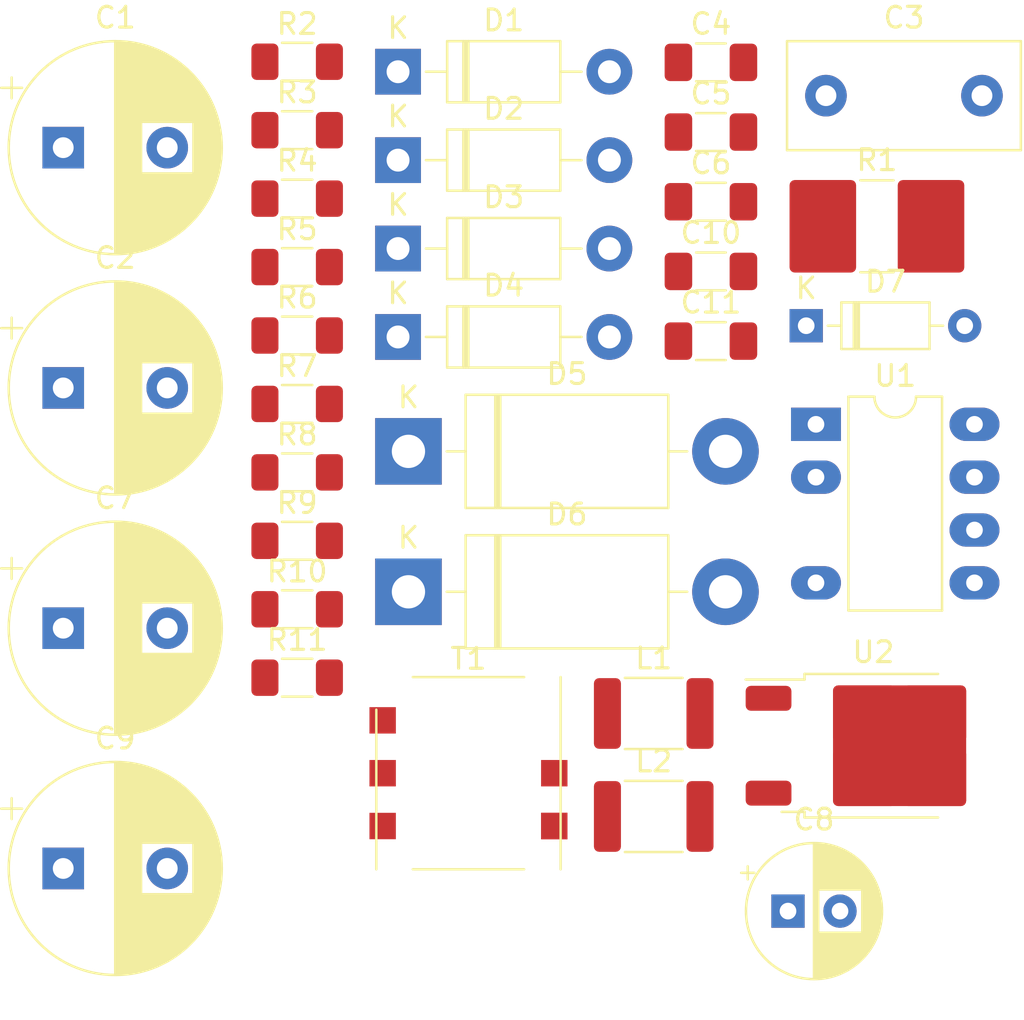
<source format=kicad_pcb>
(kicad_pcb (version 20221018) (generator pcbnew)
  (layers (0 "F.Cu" signal) (31 "B.Cu" signal) (34 "B.Paste" user) (35 "F.Paste" user) (36 "B.SilkS" user "B.Silkscreen") (37 "F.SilkS" user "F.Silkscreen") (38 "B.Mask" user) (39 "F.Mask" user) (44 "Edge.Cuts" user))
  (net 0 "")
  (net 1 "Net-(D1-K)")
  (net 2 "Net-(D2-A)")
  (net 3 "Net-(C2-Pad2)")
  (net 4 "Net-(C3-Pad2)")
  (net 5 "Net-(U1-BP)")
  (net 6 "Net-(C5-Pad1)")
  (net 7 "GND")
  (net 8 "Net-(D7-K)")
  (net 9 "Net-(C7-Pad1)")
  (net 10 "/5V")
  (net 11 "+3.3V")
  (net 12 "/HIGH_in")
  (net 13 "Net-(D3-A)")
  (net 14 "Net-(D5-K)")
  (net 15 "Net-(D5-A)")
  (net 16 "Net-(D6-K)")
  (net 17 "Net-(D7-A)")
  (net 18 "/LOW_in")
  (net 19 "Net-(U1-FB)")
  (net 20 "Net-(R4-Pad2)")
  (net 21 "Net-(U2-ADJ)")
  (footprint "Diode_THT:D_DO-41_SOD81_P10.16mm_Horizontal" (layer "F.Cu") (at 55.495 62.595)
    (fp_text reference "D1" (at 5.08 -2.47) (layer "F.SilkS"))
    (fp_text value "1N4007")
    (fp_text user "K" (at 0 -2.1) (layer "F.SilkS"))
    (pad "1" thru_hole rect (at 0 0) (size 2.2 2.2) (drill 1.1) (layers "*.Cu" "*.Mask") (net 1 "Net-(D1-K)"))
    (pad "2" thru_hole oval (at 10.16 0) (size 2.2 2.2) (drill 1.1) (layers "*.Cu" "*.Mask") (net 12 "/HIGH_in"))
  )
  (footprint "Diode_THT:D_DO-41_SOD81_P10.16mm_Horizontal" (layer "F.Cu") (at 55.495 71.095)
    (fp_text reference "D3" (at 5.08 -2.47) (layer "F.SilkS"))
    (fp_text value "1N4007")
    (fp_text user "K" (at 0 -2.1) (layer "F.SilkS"))
    (pad "1" thru_hole rect (at 0 0) (size 2.2 2.2) (drill 1.1) (layers "*.Cu" "*.Mask") (net 1 "Net-(D1-K)"))
    (pad "2" thru_hole oval (at 10.16 0) (size 2.2 2.2) (drill 1.1) (layers "*.Cu" "*.Mask") (net 13 "Net-(D3-A)"))
  )
  (footprint "Package_DIP:PowerIntegrations_PDIP-8C" (layer "F.Cu") (at 75.585 79.545)
    (fp_text reference "U1" (at 3.81 -2.33) (layer "F.SilkS"))
    (fp_text value "LNK625PG")
    (pad "1" thru_hole rect (at 0 0) (size 2.4 1.6) (drill 0.8) (layers "*.Cu" "*.Mask") (net 19 "Net-(U1-FB)"))
    (pad "2" thru_hole oval (at 0 2.54) (size 2.4 1.6) (drill 0.8) (layers "*.Cu" "*.Mask") (net 5 "Net-(U1-BP)"))
    (pad "4" thru_hole oval (at 0 7.62) (size 2.4 1.6) (drill 0.8) (layers "*.Cu" "*.Mask") (net 15 "Net-(D5-A)"))
    (pad "5" thru_hole oval (at 7.62 7.62) (size 2.4 1.6) (drill 0.8) (layers "*.Cu" "*.Mask") (net 3 "Net-(C2-Pad2)"))
    (pad "6" thru_hole oval (at 7.62 5.08) (size 2.4 1.6) (drill 0.8) (layers "*.Cu" "*.Mask") (net 3 "Net-(C2-Pad2)"))
    (pad "7" thru_hole oval (at 7.62 2.54) (size 2.4 1.6) (drill 0.8) (layers "*.Cu" "*.Mask") (net 3 "Net-(C2-Pad2)"))
    (pad "8" thru_hole oval (at 7.62 0) (size 2.4 1.6) (drill 0.8) (layers "*.Cu" "*.Mask") (net 3 "Net-(C2-Pad2)"))
  )
  (footprint "Capacitor_SMD:C_1206_3216Metric_Pad1.33x1.80mm_HandSolder" (layer "F.Cu") (at 70.535 75.545)
    (fp_text reference "C11" (at 0 -1.85) (layer "F.SilkS"))
    (fp_text value "10u")
    (pad "1" smd roundrect (at -1.5625 0) (size 1.325 1.8) (layers "F.Cu" "F.Paste" "F.Mask") (roundrect_rratio 0.188679) (net 11 "+3.3V"))
    (pad "2" smd roundrect (at 1.5625 0) (size 1.325 1.8) (layers "F.Cu" "F.Paste" "F.Mask") (roundrect_rratio 0.188679) (net 7 "GND"))
  )
  (footprint "Resistor_SMD:R_1206_3216Metric_Pad1.30x1.75mm_HandSolder" (layer "F.Cu") (at 50.645 81.855)
    (fp_text reference "R8" (at 0 -1.82) (layer "F.SilkS"))
    (fp_text value "28.7k")
    (pad "1" smd roundrect (at -1.55 0) (size 1.3 1.75) (layers "F.Cu" "F.Paste" "F.Mask") (roundrect_rratio 0.192308) (net 5 "Net-(U1-BP)"))
    (pad "2" smd roundrect (at 1.55 0) (size 1.3 1.75) (layers "F.Cu" "F.Paste" "F.Mask") (roundrect_rratio 0.192308) (net 8 "Net-(D7-K)"))
  )
  (footprint "Resistor_SMD:R_1206_3216Metric_Pad1.30x1.75mm_HandSolder" (layer "F.Cu") (at 50.645 62.115)
    (fp_text reference "R2" (at 0 -1.82) (layer "F.SilkS"))
    (fp_text value "270k")
    (pad "1" smd roundrect (at -1.55 0) (size 1.3 1.75) (layers "F.Cu" "F.Paste" "F.Mask") (roundrect_rratio 0.192308) (net 4 "Net-(C3-Pad2)"))
    (pad "2" smd roundrect (at 1.55 0) (size 1.3 1.75) (layers "F.Cu" "F.Paste" "F.Mask") (roundrect_rratio 0.192308) (net 1 "Net-(D1-K)"))
  )
  (footprint "Inductor_SMD:L_1812_4532Metric_Pad1.30x3.40mm_HandSolder" (layer "F.Cu") (at 67.785 98.395)
    (fp_text reference "L2" (at 0 -2.65) (layer "F.SilkS"))
    (fp_text value "1m")
    (pad "1" smd roundrect (at -2.225 0) (size 1.3 3.4) (layers "F.Cu" "F.Paste" "F.Mask") (roundrect_rratio 0.192308) (net 9 "Net-(C7-Pad1)"))
    (pad "2" smd roundrect (at 2.225 0) (size 1.3 3.4) (layers "F.Cu" "F.Paste" "F.Mask") (roundrect_rratio 0.192308) (net 10 "/5V"))
  )
  (footprint "Diode_THT:D_DO-201AD_P15.24mm_Horizontal" (layer "F.Cu") (at 55.995 80.845)
    (fp_text reference "D5" (at 7.62 -3.72) (layer "F.SilkS"))
    (fp_text value "D")
    (fp_text user "K" (at 0 -2.6) (layer "F.SilkS"))
    (pad "1" thru_hole rect (at 0 0) (size 3.2 3.2) (drill 1.6) (layers "*.Cu" "*.Mask") (net 14 "Net-(D5-K)"))
    (pad "2" thru_hole oval (at 15.24 0) (size 3.2 3.2) (drill 1.6) (layers "*.Cu" "*.Mask") (net 15 "Net-(D5-A)"))
  )
  (footprint "Diode_THT:D_DO-35_SOD27_P7.62mm_Horizontal" (layer "F.Cu") (at 75.115 74.805)
    (fp_text reference "D7" (at 3.81 -2.12) (layer "F.SilkS"))
    (fp_text value "1N4148")
    (fp_text user "K" (at 0 -1.8) (layer "F.SilkS"))
    (pad "1" thru_hole rect (at 0 0) (size 1.6 1.6) (drill 0.8) (layers "*.Cu" "*.Mask") (net 8 "Net-(D7-K)"))
    (pad "2" thru_hole oval (at 7.62 0) (size 1.6 1.6) (drill 0.8) (layers "*.Cu" "*.Mask") (net 17 "Net-(D7-A)"))
  )
  (footprint "Diode_THT:D_DO-41_SOD81_P10.16mm_Horizontal" (layer "F.Cu") (at 55.495 66.845)
    (fp_text reference "D2" (at 5.08 -2.47) (layer "F.SilkS"))
    (fp_text value "1N4007")
    (fp_text user "K" (at 0 -2.1) (layer "F.SilkS"))
    (pad "1" thru_hole rect (at 0 0) (size 2.2 2.2) (drill 1.1) (layers "*.Cu" "*.Mask") (net 12 "/HIGH_in"))
    (pad "2" thru_hole oval (at 10.16 0) (size 2.2 2.2) (drill 1.1) (layers "*.Cu" "*.Mask") (net 2 "Net-(D2-A)"))
  )
  (footprint "Resistor_SMD:R_1206_3216Metric_Pad1.30x1.75mm_HandSolder" (layer "F.Cu") (at 50.645 88.435)
    (fp_text reference "R10" (at 0 -1.82) (layer "F.SilkS"))
    (fp_text value "1k5")
    (pad "1" smd roundrect (at -1.55 0) (size 1.3 1.75) (layers "F.Cu" "F.Paste" "F.Mask") (roundrect_rratio 0.192308) (net 21 "Net-(U2-ADJ)"))
    (pad "2" smd roundrect (at 1.55 0) (size 1.3 1.75) (layers "F.Cu" "F.Paste" "F.Mask") (roundrect_rratio 0.192308) (net 7 "GND"))
  )
  (footprint "Capacitor_THT:CP_Radial_D10.0mm_P5.00mm" (layer "F.Cu") (at 39.399646 77.795)
    (fp_text reference "C2" (at 2.5 -6.25) (layer "F.SilkS"))
    (fp_text value "6u8")
    (pad "1" thru_hole rect (at 0 0) (size 2 2) (drill 1) (layers "*.Cu" "*.Mask") (net 1 "Net-(D1-K)"))
    (pad "2" thru_hole circle (at 5 0) (size 2 2) (drill 1) (layers "*.Cu" "*.Mask") (net 3 "Net-(C2-Pad2)"))
  )
  (footprint "Capacitor_THT:CP_Radial_D10.0mm_P5.00mm" (layer "F.Cu") (at 39.399646 100.895)
    (fp_text reference "C9" (at 2.5 -6.25) (layer "F.SilkS"))
    (fp_text value "470u")
    (pad "1" thru_hole rect (at 0 0) (size 2 2) (drill 1) (layers "*.Cu" "*.Mask") (net 10 "/5V"))
    (pad "2" thru_hole circle (at 5 0) (size 2 2) (drill 1) (layers "*.Cu" "*.Mask") (net 7 "GND"))
  )
  (footprint "Capacitor_SMD:C_1206_3216Metric_Pad1.33x1.80mm_HandSolder" (layer "F.Cu") (at 70.535 72.195)
    (fp_text reference "C10" (at 0 -1.85) (layer "F.SilkS"))
    (fp_text value "100n")
    (pad "1" smd roundrect (at -1.5625 0) (size 1.325 1.8) (layers "F.Cu" "F.Paste" "F.Mask") (roundrect_rratio 0.188679) (net 11 "+3.3V"))
    (pad "2" smd roundrect (at 1.5625 0) (size 1.325 1.8) (layers "F.Cu" "F.Paste" "F.Mask") (roundrect_rratio 0.188679) (net 7 "GND"))
  )
  (footprint "Diode_THT:D_DO-41_SOD81_P10.16mm_Horizontal" (layer "F.Cu") (at 55.495 75.345)
    (fp_text reference "D4" (at 5.08 -2.47) (layer "F.SilkS"))
    (fp_text value "1N4007")
    (fp_text user "K" (at 0 -2.1) (layer "F.SilkS"))
    (pad "1" thru_hole rect (at 0 0) (size 2.2 2.2) (drill 1.1) (layers "*.Cu" "*.Mask") (net 13 "Net-(D3-A)"))
    (pad "2" thru_hole oval (at 10.16 0) (size 2.2 2.2) (drill 1.1) (layers "*.Cu" "*.Mask") (net 2 "Net-(D2-A)"))
  )
  (footprint "Resistor_SMD:R_1206_3216Metric_Pad1.30x1.75mm_HandSolder" (layer "F.Cu") (at 50.645 71.985)
    (fp_text reference "R5" (at 0 -1.82) (layer "F.SilkS"))
    (fp_text value "4.42k")
    (pad "1" smd roundrect (at -1.55 0) (size 1.3 1.75) (layers "F.Cu" "F.Paste" "F.Mask") (roundrect_rratio 0.192308) (net 3 "Net-(C2-Pad2)"))
    (pad "2" smd roundrect (at 1.55 0) (size 1.3 1.75) (layers "F.Cu" "F.Paste" "F.Mask") (roundrect_rratio 0.192308) (net 19 "Net-(U1-FB)"))
  )
  (footprint "Resistor_SMD:R_1206_3216Metric_Pad1.30x1.75mm_HandSolder" (layer "F.Cu") (at 50.645 85.145)
    (fp_text reference "R9" (at 0 -1.82) (layer "F.SilkS"))
    (fp_text value "820E")
    (pad "1" smd roundrect (at -1.55 0) (size 1.3 1.75) (layers "F.Cu" "F.Paste" "F.Mask") (roundrect_rratio 0.192308) (net 7 "GND"))
    (pad "2" smd roundrect (at 1.55 0) (size 1.3 1.75) (layers "F.Cu" "F.Paste" "F.Mask") (roundrect_rratio 0.192308) (net 10 "/5V"))
  )
  (footprint "Capacitor_SMD:C_1206_3216Metric_Pad1.33x1.80mm_HandSolder" (layer "F.Cu") (at 70.535 68.845)
    (fp_text reference "C6" (at 0 -1.85) (layer "F.SilkS"))
    (fp_text value "1u")
    (pad "1" smd roundrect (at -1.5625 0) (size 1.325 1.8) (layers "F.Cu" "F.Paste" "F.Mask") (roundrect_rratio 0.188679) (net 8 "Net-(D7-K)"))
    (pad "2" smd roundrect (at 1.5625 0) (size 1.325 1.8) (layers "F.Cu" "F.Paste" "F.Mask") (roundrect_rratio 0.188679) (net 3 "Net-(C2-Pad2)"))
  )
  (footprint "Capacitor_THT:CP_Radial_D6.3mm_P2.50mm" (layer "F.Cu") (at 74.240241 102.945)
    (fp_text reference "C8" (at 1.25 -4.4) (layer "F.SilkS"))
    (fp_text value "470u")
    (pad "1" thru_hole rect (at 0 0) (size 1.6 1.6) (drill 0.8) (layers "*.Cu" "*.Mask") (net 10 "/5V"))
    (pad "2" thru_hole circle (at 2.5 0) (size 1.6 1.6) (drill 0.8) (layers "*.Cu" "*.Mask") (net 7 "GND"))
  )
  (footprint "Resistor_SMD:R_1206_3216Metric_Pad1.30x1.75mm_HandSolder" (layer "F.Cu") (at 50.645 78.565)
    (fp_text reference "R7" (at 0 -1.82) (layer "F.SilkS"))
    (fp_text value "12E")
    (pad "1" smd roundrect (at -1.55 0) (size 1.3 1.75) (layers "F.Cu" "F.Paste" "F.Mask") (roundrect_rratio 0.192308) (net 17 "Net-(D7-A)"))
    (pad "2" smd roundrect (at 1.55 0) (size 1.3 1.75) (layers "F.Cu" "F.Paste" "F.Mask") (roundrect_rratio 0.192308) (net 20 "Net-(R4-Pad2)"))
  )
  (footprint "Resistor_SMD:R_1206_3216Metric_Pad1.30x1.75mm_HandSolder" (layer "F.Cu") (at 50.645 65.405)
    (fp_text reference "R3" (at 0 -1.82) (layer "F.SilkS"))
    (fp_text value "330E")
    (pad "1" smd roundrect (at -1.55 0) (size 1.3 1.75) (layers "F.Cu" "F.Paste" "F.Mask") (roundrect_rratio 0.192308) (net 14 "Net-(D5-K)"))
    (pad "2" smd roundrect (at 1.55 0) (size 1.3 1.75) (layers "F.Cu" "F.Paste" "F.Mask") (roundrect_rratio 0.192308) (net 4 "Net-(C3-Pad2)"))
  )
  (footprint "Capacitor_THT:CP_Radial_D10.0mm_P5.00mm" (layer "F.Cu") (at 39.399646 66.245)
    (fp_text reference "C1" (at 2.5 -6.25) (layer "F.SilkS"))
    (fp_text value "6u8")
    (pad "1" thru_hole rect (at 0 0) (size 2 2) (drill 1) (layers "*.Cu" "*.Mask") (net 1 "Net-(D1-K)"))
    (pad "2" thru_hole circle (at 5 0) (size 2 2) (drill 1) (layers "*.Cu" "*.Mask") (net 2 "Net-(D2-A)"))
  )
  (footprint "Capacitor_SMD:C_1206_3216Metric_Pad1.33x1.80mm_HandSolder" (layer "F.Cu") (at 70.535 62.145)
    (fp_text reference "C4" (at 0 -1.85) (layer "F.SilkS"))
    (fp_text value "1u")
    (pad "1" smd roundrect (at -1.5625 0) (size 1.325 1.8) (layers "F.Cu" "F.Paste" "F.Mask") (roundrect_rratio 0.188679) (net 5 "Net-(U1-BP)"))
    (pad "2" smd roundrect (at 1.5625 0) (size 1.325 1.8) (layers "F.Cu" "F.Paste" "F.Mask") (roundrect_rratio 0.188679) (net 3 "Net-(C2-Pad2)"))
  )
  (footprint "Resistor_SMD:R_1206_3216Metric_Pad1.30x1.75mm_HandSolder" (layer "F.Cu") (at 50.645 91.725)
    (fp_text reference "R11" (at 0 -1.82) (layer "F.SilkS"))
    (fp_text value "910")
    (pad "1" smd roundrect (at -1.55 0) (size 1.3 1.75) (layers "F.Cu" "F.Paste" "F.Mask") (roundrect_rratio 0.192308) (net 11 "+3.3V"))
    (pad "2" smd roundrect (at 1.55 0) (size 1.3 1.75) (layers "F.Cu" "F.Paste" "F.Mask") (roundrect_rratio 0.192308) (net 21 "Net-(U2-ADJ)"))
  )
  (footprint "Capacitor_THT:CP_Radial_D10.0mm_P5.00mm" (layer "F.Cu") (at 39.399646 89.345)
    (fp_text reference "C7" (at 2.5 -6.25) (layer "F.SilkS"))
    (fp_text value "1000u")
    (pad "1" thru_hole rect (at 0 0) (size 2 2) (drill 1) (layers "*.Cu" "*.Mask") (net 9 "Net-(C7-Pad1)"))
    (pad "2" thru_hole circle (at 5 0) (size 2 2) (drill 1) (layers "*.Cu" "*.Mask") (net 7 "GND"))
  )
  (footprint "Package_TO_SOT_SMD:TO-252-2" (layer "F.Cu") (at 78.345 94.995)
    (fp_text reference "U2" (at 0 -4.5) (layer "F.SilkS"))
    (fp_text value "LM317_TO-252")
    (pad "1" smd roundrect (at -5.04 -2.28) (size 2.2 1.2) (layers "F.Cu" "F.Paste" "F.Mask") (roundrect_rratio 0.208333) (net 21 "Net-(U2-ADJ)"))
    (pad "2" smd roundrect (at -0.415 -1.525) (size 3.05 2.75) (layers "F.Cu" "F.Paste") (roundrect_rratio 0.090909) (net 11 "+3.3V"))
    (pad "2" smd roundrect (at -0.415 1.525) (size 3.05 2.75) (layers "F.Cu" "F.Paste") (roundrect_rratio 0.090909) (net 11 "+3.3V"))
    (pad "2" smd roundrect (at 1.26 0) (size 6.4 5.8) (layers "F.Cu" "F.Mask") (roundrect_rratio 0.043103) (net 11 "+3.3V"))
    (pad "2" smd roundrect (at 2.935 -1.525) (size 3.05 2.75) (layers "F.Cu" "F.Paste") (roundrect_rratio 0.090909) (net 11 "+3.3V"))
    (pad "2" smd roundrect (at 2.935 1.525) (size 3.05 2.75) (layers "F.Cu" "F.Paste") (roundrect_rratio 0.090909) (net 11 "+3.3V"))
    (pad "3" smd roundrect (at -5.04 2.28) (size 2.2 1.2) (layers "F.Cu" "F.Paste" "F.Mask") (roundrect_rratio 0.208333) (net 10 "/5V"))
  )
  (footprint "Capacitor_SMD:C_1206_3216Metric_Pad1.33x1.80mm_HandSolder" (layer "F.Cu") (at 70.535 65.495)
    (fp_text reference "C5" (at 0 -1.85) (layer "F.SilkS"))
    (fp_text value "1u")
    (pad "1" smd roundrect (at -1.5625 0) (size 1.325 1.8) (layers "F.Cu" "F.Paste" "F.Mask") (roundrect_rratio 0.188679) (net 6 "Net-(C5-Pad1)"))
    (pad "2" smd roundrect (at 1.5625 0) (size 1.325 1.8) (layers "F.Cu" "F.Paste" "F.Mask") (roundrect_rratio 0.188679) (net 7 "GND"))
  )
  (footprint "Inductor_SMD:L_1812_4532Metric_Pad1.30x3.40mm_HandSolder" (layer "F.Cu") (at 67.785 93.445)
    (fp_text reference "L1" (at 0 -2.65) (layer "F.SilkS"))
    (fp_text value "1m")
    (pad "1" smd roundrect (at -2.225 0) (size 1.3 3.4) (layers "F.Cu" "F.Paste" "F.Mask") (roundrect_rratio 0.192308) (net 2 "Net-(D2-A)"))
    (pad "2" smd roundrect (at 2.225 0) (size 1.3 3.4) (layers "F.Cu" "F.Paste" "F.Mask") (roundrect_rratio 0.192308) (net 3 "Net-(C2-Pad2)"))
  )
  (footprint "Resistor_SMD:R_1206_3216Metric_Pad1.30x1.75mm_HandSolder" (layer "F.Cu") (at 50.645 75.275)
    (fp_text reference "R6" (at 0 -1.82) (layer "F.SilkS"))
    (fp_text value "12E")
    (pad "1" smd roundrect (at -1.55 0) (size 1.3 1.75) (layers "F.Cu" "F.Paste" "F.Mask") (roundrect_rratio 0.192308) (net 6 "Net-(C5-Pad1)"))
    (pad "2" smd roundrect (at 1.55 0) (size 1.3 1.75) (layers "F.Cu" "F.Paste" "F.Mask") (roundrect_rratio 0.192308) (net 16 "Net-(D6-K)"))
  )
  (footprint "Transformer_SMD:Pulse_PA2002NL-PA2008NL-PA2009NL" (layer "F.Cu") (at 58.88 96.315)
    (fp_text reference "T1" (at 0 -5.5) (layer "F.SilkS"))
    (fp_text value "PA0510NL")
    (pad "1" smd rect (at -4.125 -2.54) (size 1.27 1.27) (layers "F.Cu" "F.Paste" "F.Mask") (net 1 "Net-(D1-K)"))
    (pad "2" smd rect (at -4.125 0) (size 1.27 1.27) (layers "F.Cu" "F.Paste" "F.Mask"))
    (pad "3" smd rect (at -4.125 2.54) (size 1.27 1.27) (layers "F.Cu" "F.Paste" "F.Mask") (net 9 "Net-(C7-Pad1)"))
    (pad "4" smd rect (at 4.125 2.54) (size 1.27 1.27) (layers "F.Cu" "F.Paste" "F.Mask") (net 20 "Net-(R4-Pad2)"))
    (pad "5" smd rect (at 4.125 0) (size 1.27 1.27) (layers "F.Cu" "F.Paste" "F.Mask") (net 3 "Net-(C2-Pad2)"))
    (pad "6" smd rect (at 4.125 2.54) (size 1.27 1.27) (layers "F.Cu" "F.Paste" "F.Mask") (net 16 "Net-(D6-K)"))
  )
  (footprint "Diode_THT:D_DO-201AD_P15.24mm_Horizontal" (layer "F.Cu") (at 55.995 87.595)
    (fp_text reference "D6" (at 7.62 -3.72) (layer "F.SilkS"))
    (fp_text value "1N5822")
    (fp_text user "K" (at 0 -2.6) (layer "F.SilkS"))
    (pad "1" thru_hole rect (at 0 0) (size 3.2 3.2) (drill 1.6) (layers "*.Cu" "*.Mask") (net 16 "Net-(D6-K)"))
    (pad "2" thru_hole oval (at 15.24 0) (size 3.2 3.2) (drill 1.6) (layers "*.Cu" "*.Mask") (net 7 "GND"))
  )
  (footprint "Resistor_SMD:R_1206_3216Metric_Pad1.30x1.75mm_HandSolder" (layer "F.Cu") (at 50.645 68.695)
    (fp_text reference "R4" (at 0 -1.82) (layer "F.SilkS"))
    (fp_text value "28.7k")
    (pad "1" smd roundrect (at -1.55 0) (size 1.3 1.75) (layers "F.Cu" "F.Paste" "F.Mask") (roundrect_rratio 0.192308) (net 19 "Net-(U1-FB)"))
    (pad "2" smd roundrect (at 1.55 0) (size 1.3 1.75) (layers "F.Cu" "F.Paste" "F.Mask") (roundrect_rratio 0.192308) (net 20 "Net-(R4-Pad2)"))
  )
  (footprint "Resistor_SMD:R_2816_7142Metric_Pad3.20x4.45mm_HandSolder" (layer "F.Cu") (at 78.515 70.025)
    (fp_text reference "R1" (at 0 -3.18) (layer "F.SilkS"))
    (fp_text value "10E")
    (pad "1" smd roundrect (at -2.6 0) (size 3.2 4.45) (layers "F.Cu" "F.Paste" "F.Mask") (roundrect_rratio 0.078125) (net 18 "/LOW_in"))
    (pad "2" smd roundrect (at 2.6 0) (size 3.2 4.45) (layers "F.Cu" "F.Paste" "F.Mask") (roundrect_rratio 0.078125) (net 13 "Net-(D3-A)"))
  )
  (footprint "Capacitor_THT:C_Disc_D11.0mm_W5.0mm_P7.50mm" (layer "F.Cu") (at 76.065 63.745)
    (fp_text reference "C3" (at 3.75 -3.75) (layer "F.SilkS"))
    (fp_text value "1n")
    (pad "1" thru_hole circle (at 0 0) (size 2 2) (drill 1) (layers "*.Cu" "*.Mask") (net 1 "Net-(D1-K)"))
    (pad "2" thru_hole circle (at 7.5 0) (size 2 2) (drill 1) (layers "*.Cu" "*.Mask") (net 4 "Net-(C3-Pad2)"))
  )
)
</source>
